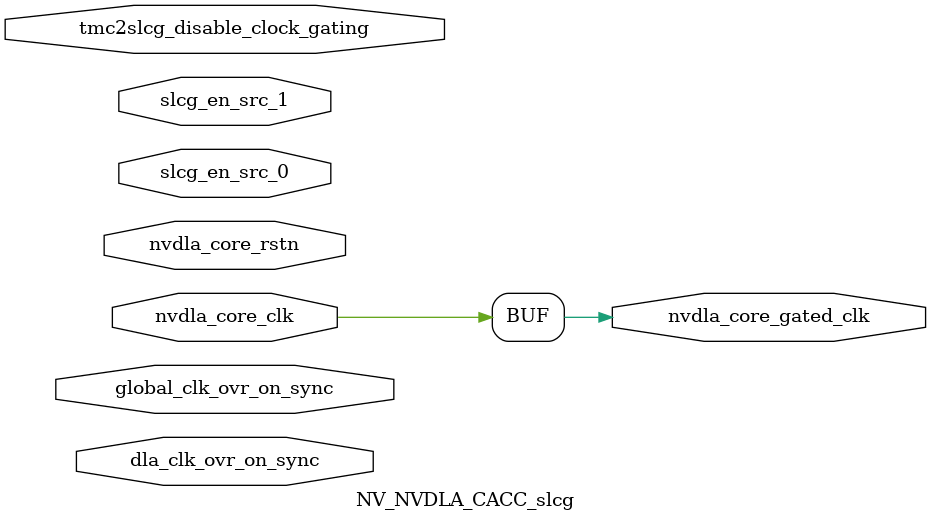
<source format=v>


module NV_NVDLA_CACC_slcg (
   dla_clk_ovr_on_sync
  ,global_clk_ovr_on_sync
  ,nvdla_core_clk
  ,nvdla_core_rstn
  ,slcg_en_src_0
  ,slcg_en_src_1
  ,tmc2slcg_disable_clock_gating
  ,nvdla_core_gated_clk
  );

input   dla_clk_ovr_on_sync;
input   global_clk_ovr_on_sync;
input   nvdla_core_clk;
input   nvdla_core_rstn;
input   slcg_en_src_0;
input   slcg_en_src_1;
input   tmc2slcg_disable_clock_gating;
output  nvdla_core_gated_clk;
wire    enable;

//assign nvdla_core_gated_clk = 1'b0;
assign nvdla_core_gated_clk = nvdla_core_clk;
//assign nvdla_core_gated_clk = (slcg_en_src_0 & slcg_en_src_1) ? nvdla_core_clk : 1'b0;

endmodule // NV_NVDLA_CACC_slcg


</source>
